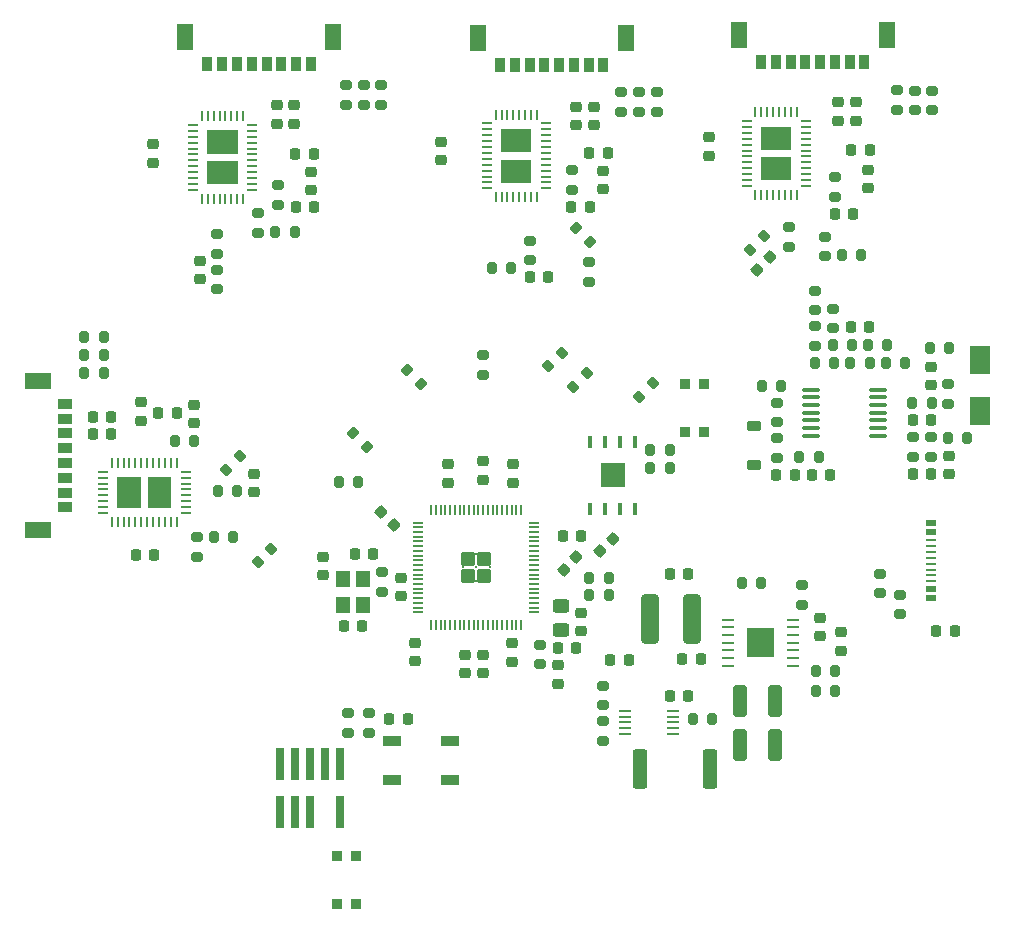
<source format=gtp>
%TF.GenerationSoftware,KiCad,Pcbnew,8.0.6-8.0.6-0~ubuntu24.04.1*%
%TF.CreationDate,2025-03-15T16:41:29-07:00*%
%TF.ProjectId,motor_board,6d6f746f-725f-4626-9f61-72642e6b6963,idk*%
%TF.SameCoordinates,Original*%
%TF.FileFunction,Paste,Top*%
%TF.FilePolarity,Positive*%
%FSLAX46Y46*%
G04 Gerber Fmt 4.6, Leading zero omitted, Abs format (unit mm)*
G04 Created by KiCad (PCBNEW 8.0.6-8.0.6-0~ubuntu24.04.1) date 2025-03-15 16:41:29*
%MOMM*%
%LPD*%
G01*
G04 APERTURE LIST*
G04 Aperture macros list*
%AMRoundRect*
0 Rectangle with rounded corners*
0 $1 Rounding radius*
0 $2 $3 $4 $5 $6 $7 $8 $9 X,Y pos of 4 corners*
0 Add a 4 corners polygon primitive as box body*
4,1,4,$2,$3,$4,$5,$6,$7,$8,$9,$2,$3,0*
0 Add four circle primitives for the rounded corners*
1,1,$1+$1,$2,$3*
1,1,$1+$1,$4,$5*
1,1,$1+$1,$6,$7*
1,1,$1+$1,$8,$9*
0 Add four rect primitives between the rounded corners*
20,1,$1+$1,$2,$3,$4,$5,0*
20,1,$1+$1,$4,$5,$6,$7,0*
20,1,$1+$1,$6,$7,$8,$9,0*
20,1,$1+$1,$8,$9,$2,$3,0*%
G04 Aperture macros list end*
%ADD10C,0.000000*%
%ADD11R,1.120140X0.213360*%
%ADD12R,1.617000X1.722000*%
%ADD13RoundRect,0.225000X0.225000X0.250000X-0.225000X0.250000X-0.225000X-0.250000X0.225000X-0.250000X0*%
%ADD14RoundRect,0.225000X-0.225000X-0.250000X0.225000X-0.250000X0.225000X0.250000X-0.225000X0.250000X0*%
%ADD15RoundRect,0.200000X0.275000X-0.200000X0.275000X0.200000X-0.275000X0.200000X-0.275000X-0.200000X0*%
%ADD16RoundRect,0.225000X0.250000X-0.225000X0.250000X0.225000X-0.250000X0.225000X-0.250000X-0.225000X0*%
%ADD17RoundRect,0.200000X0.200000X0.275000X-0.200000X0.275000X-0.200000X-0.275000X0.200000X-0.275000X0*%
%ADD18RoundRect,0.200000X-0.200000X-0.275000X0.200000X-0.275000X0.200000X0.275000X-0.200000X0.275000X0*%
%ADD19RoundRect,0.250000X0.362500X1.425000X-0.362500X1.425000X-0.362500X-1.425000X0.362500X-1.425000X0*%
%ADD20RoundRect,0.333000X0.417000X1.767000X-0.417000X1.767000X-0.417000X-1.767000X0.417000X-1.767000X0*%
%ADD21RoundRect,0.250000X-0.325000X-1.100000X0.325000X-1.100000X0.325000X1.100000X-0.325000X1.100000X0*%
%ADD22R,1.137920X0.211328*%
%ADD23R,0.920000X0.480000*%
%ADD24R,0.920000X0.240000*%
%ADD25RoundRect,0.225000X0.335876X0.017678X0.017678X0.335876X-0.335876X-0.017678X-0.017678X-0.335876X0*%
%ADD26RoundRect,0.200000X-0.275000X0.200000X-0.275000X-0.200000X0.275000X-0.200000X0.275000X0.200000X0*%
%ADD27RoundRect,0.225000X-0.250000X0.225000X-0.250000X-0.225000X0.250000X-0.225000X0.250000X0.225000X0*%
%ADD28R,0.242473X0.906066*%
%ADD29R,0.906066X0.242473*%
%ADD30RoundRect,0.200000X0.053033X-0.335876X0.335876X-0.053033X-0.053033X0.335876X-0.335876X0.053033X0*%
%ADD31RoundRect,0.200000X-0.335876X-0.053033X-0.053033X-0.335876X0.335876X0.053033X0.053033X0.335876X0*%
%ADD32RoundRect,0.200000X-0.053033X0.335876X-0.335876X0.053033X0.053033X-0.335876X0.335876X-0.053033X0*%
%ADD33R,1.500000X0.900000*%
%ADD34R,0.740000X2.790000*%
%ADD35RoundRect,0.250000X-0.450000X0.325000X-0.450000X-0.325000X0.450000X-0.325000X0.450000X0.325000X0*%
%ADD36R,0.900000X0.900000*%
%ADD37R,0.838200X1.295400*%
%ADD38R,1.397000X2.260600*%
%ADD39R,1.200000X1.400000*%
%ADD40RoundRect,0.100000X0.637500X0.100000X-0.637500X0.100000X-0.637500X-0.100000X0.637500X-0.100000X0*%
%ADD41R,0.450000X1.050000*%
%ADD42R,2.100000X2.100000*%
%ADD43RoundRect,0.225000X0.017678X-0.335876X0.335876X-0.017678X-0.017678X0.335876X-0.335876X0.017678X0*%
%ADD44R,1.700000X2.350000*%
%ADD45RoundRect,0.225000X-0.375000X0.225000X-0.375000X-0.225000X0.375000X-0.225000X0.375000X0.225000X0*%
%ADD46RoundRect,0.250000X-0.350000X0.350000X-0.350000X-0.350000X0.350000X-0.350000X0.350000X0.350000X0*%
%ADD47RoundRect,0.055000X-0.055000X-0.335000X0.055000X-0.335000X0.055000X0.335000X-0.055000X0.335000X0*%
%ADD48RoundRect,0.055000X-0.335000X0.055000X-0.335000X-0.055000X0.335000X-0.055000X0.335000X0.055000X0*%
%ADD49R,0.133333X0.133333*%
%ADD50R,1.295400X0.838200*%
%ADD51R,2.260600X1.397000*%
%ADD52RoundRect,0.225000X-0.017678X0.335876X-0.335876X0.017678X0.017678X-0.335876X0.335876X-0.017678X0*%
G04 APERTURE END LIST*
D10*
G36*
X166391004Y-118020000D02*
G01*
X164081004Y-118020000D01*
X164081004Y-115560000D01*
X166391004Y-115560000D01*
X166391004Y-118020000D01*
G37*
G36*
X112736266Y-105349136D02*
G01*
X110768866Y-105349136D01*
X110768866Y-102792600D01*
X112736266Y-102792600D01*
X112736266Y-105349136D01*
G37*
G36*
X115325400Y-105349136D02*
G01*
X113358000Y-105349136D01*
X113358000Y-102792600D01*
X115325400Y-102792600D01*
X115325400Y-105349136D01*
G37*
G36*
X145825400Y-75266067D02*
G01*
X143268864Y-75266067D01*
X143268864Y-73298667D01*
X145825400Y-73298667D01*
X145825400Y-75266067D01*
G37*
G36*
X145825400Y-77855201D02*
G01*
X143268864Y-77855201D01*
X143268864Y-75887801D01*
X145825400Y-75887801D01*
X145825400Y-77855201D01*
G37*
G36*
X167825400Y-75066067D02*
G01*
X165268864Y-75066067D01*
X165268864Y-73098667D01*
X167825400Y-73098667D01*
X167825400Y-75066067D01*
G37*
G36*
X167825400Y-77655201D02*
G01*
X165268864Y-77655201D01*
X165268864Y-75687801D01*
X167825400Y-75687801D01*
X167825400Y-77655201D01*
G37*
G36*
X120950400Y-75391067D02*
G01*
X118393864Y-75391067D01*
X118393864Y-73423667D01*
X120950400Y-73423667D01*
X120950400Y-75391067D01*
G37*
G36*
X120950400Y-77980201D02*
G01*
X118393864Y-77980201D01*
X118393864Y-76012801D01*
X120950400Y-76012801D01*
X120950400Y-77980201D01*
G37*
D11*
X168004604Y-118740034D03*
X168004604Y-118090021D03*
X168004604Y-117440012D03*
X168004604Y-116790000D03*
X168004604Y-116139988D03*
X168004604Y-115489979D03*
X168004604Y-114839966D03*
X162467404Y-114839966D03*
X162467404Y-115489979D03*
X162467404Y-116139988D03*
X162467404Y-116790000D03*
X162467404Y-117440012D03*
X162467404Y-118090021D03*
X162467404Y-118740034D03*
D12*
X165236004Y-116790000D03*
D13*
X159069100Y-110973900D03*
X157519100Y-110973900D03*
D14*
X152519100Y-118223900D03*
X154069100Y-118223900D03*
X158603600Y-118152400D03*
X160153600Y-118152400D03*
D15*
X168776600Y-113579900D03*
X168776600Y-111929900D03*
D16*
X170237100Y-116260400D03*
X170237100Y-114710400D03*
D14*
X180100000Y-115800000D03*
X181650000Y-115800000D03*
D17*
X171570100Y-119168400D03*
X169920100Y-119168400D03*
D16*
X172015100Y-117466900D03*
X172015100Y-115916900D03*
D18*
X163619100Y-111773900D03*
X165269100Y-111773900D03*
X169920100Y-120882900D03*
X171570100Y-120882900D03*
D19*
X160962500Y-127500000D03*
X155037500Y-127500000D03*
D20*
X159464100Y-114786900D03*
X155864100Y-114786900D03*
D21*
X163507004Y-121743000D03*
X166457004Y-121743000D03*
X163507004Y-125454900D03*
X166457004Y-125454900D03*
D17*
X161119100Y-123223900D03*
X159469100Y-123223900D03*
D22*
X157838800Y-124549901D03*
X157838800Y-124049899D03*
X157838800Y-123549900D03*
X157838800Y-123049901D03*
X157838800Y-122549899D03*
X153749400Y-122549899D03*
X153749400Y-123049901D03*
X153749400Y-123549900D03*
X153749400Y-124049899D03*
X153749400Y-124549901D03*
D14*
X157519100Y-121323900D03*
X159069100Y-121323900D03*
D23*
X179660000Y-113050000D03*
X179660000Y-112250000D03*
D24*
X179660000Y-111100000D03*
X179660000Y-110100000D03*
X179660000Y-109600000D03*
X179660000Y-108600000D03*
D23*
X179660000Y-107450000D03*
X179660000Y-106650000D03*
D24*
X179660000Y-108100000D03*
X179660000Y-109100000D03*
X179660000Y-110600000D03*
X179660000Y-111600000D03*
D25*
X134217108Y-106846908D03*
X133121092Y-105750892D03*
D26*
X170647132Y-82426933D03*
X170647132Y-84076933D03*
D14*
X125897132Y-79926933D03*
X127447132Y-79926933D03*
D27*
X140194100Y-117798900D03*
X140194100Y-119348900D03*
D16*
X112754087Y-98003419D03*
X112754087Y-96453419D03*
D14*
X125847132Y-75451933D03*
X127397132Y-75451933D03*
D18*
X150719100Y-112773900D03*
X152369100Y-112773900D03*
D17*
X181219100Y-91873900D03*
X179569100Y-91873900D03*
D26*
X124397132Y-78051933D03*
X124397132Y-79701933D03*
D27*
X160847132Y-74001933D03*
X160847132Y-75551933D03*
D16*
X141694100Y-102998900D03*
X141694100Y-101448900D03*
D28*
X115797132Y-101567835D03*
X115297133Y-101567835D03*
X114797131Y-101567835D03*
X114297132Y-101567835D03*
X113797133Y-101567835D03*
X113297132Y-101567835D03*
X112797132Y-101567835D03*
X112297131Y-101567835D03*
X111797132Y-101567835D03*
X111297133Y-101567835D03*
X110797131Y-101567835D03*
X110297132Y-101567835D03*
D29*
X109544099Y-102320869D03*
X109544099Y-102820868D03*
X109544099Y-103320867D03*
X109544099Y-103820868D03*
X109544099Y-104320868D03*
X109544099Y-104820869D03*
X109544099Y-105320868D03*
X109544099Y-105820867D03*
D28*
X110297132Y-106573901D03*
X110797131Y-106573901D03*
X111297133Y-106573901D03*
X111797132Y-106573901D03*
X112297131Y-106573901D03*
X112797132Y-106573901D03*
X113297132Y-106573901D03*
X113797133Y-106573901D03*
X114297132Y-106573901D03*
X114797131Y-106573901D03*
X115297133Y-106573901D03*
X115797132Y-106573901D03*
D29*
X116550165Y-105820867D03*
X116550165Y-105320868D03*
X116550165Y-104820869D03*
X116550165Y-104320868D03*
X116550165Y-103820868D03*
X116550165Y-103320867D03*
X116550165Y-102820868D03*
X116550165Y-102320869D03*
D15*
X166594100Y-98148900D03*
X166594100Y-96498900D03*
D14*
X108704087Y-97653419D03*
X110254087Y-97653419D03*
D26*
X119222132Y-85201933D03*
X119222132Y-86851933D03*
D18*
X150719100Y-111273900D03*
X152369100Y-111273900D03*
D16*
X122369100Y-104023900D03*
X122369100Y-102473900D03*
D17*
X170169100Y-101073900D03*
X168519100Y-101073900D03*
X109619100Y-92448900D03*
X107969100Y-92448900D03*
D15*
X177032000Y-114387000D03*
X177032000Y-112737000D03*
D27*
X125757132Y-71301933D03*
X125757132Y-72851933D03*
D15*
X176797132Y-71676933D03*
X176797132Y-70026933D03*
D18*
X169819100Y-93073900D03*
X171469100Y-93073900D03*
X172819100Y-93073900D03*
X174469100Y-93073900D03*
D27*
X113747132Y-74601933D03*
X113747132Y-76151933D03*
D13*
X132444100Y-109323900D03*
X130894100Y-109323900D03*
D29*
X147050165Y-78326933D03*
X147050165Y-77826934D03*
X147050165Y-77326932D03*
X147050165Y-76826933D03*
X147050165Y-76326934D03*
X147050165Y-75826933D03*
X147050165Y-75326933D03*
X147050165Y-74826932D03*
X147050165Y-74326933D03*
X147050165Y-73826934D03*
X147050165Y-73326932D03*
X147050165Y-72826933D03*
D28*
X146297131Y-72073900D03*
X145797132Y-72073900D03*
X145297133Y-72073900D03*
X144797132Y-72073900D03*
X144297132Y-72073900D03*
X143797131Y-72073900D03*
X143297132Y-72073900D03*
X142797133Y-72073900D03*
D29*
X142044099Y-72826933D03*
X142044099Y-73326932D03*
X142044099Y-73826934D03*
X142044099Y-74326933D03*
X142044099Y-74826932D03*
X142044099Y-75326933D03*
X142044099Y-75826933D03*
X142044099Y-76326934D03*
X142044099Y-76826933D03*
X142044099Y-77326932D03*
X142044099Y-77826934D03*
X142044099Y-78326933D03*
D28*
X142797133Y-79079966D03*
X143297132Y-79079966D03*
X143797131Y-79079966D03*
X144297132Y-79079966D03*
X144797132Y-79079966D03*
X145297133Y-79079966D03*
X145797132Y-79079966D03*
X146297131Y-79079966D03*
D27*
X173322132Y-71051933D03*
X173322132Y-72601933D03*
D16*
X128194100Y-111048900D03*
X128194100Y-109498900D03*
D18*
X175819100Y-93073900D03*
X177469100Y-93073900D03*
D13*
X174419100Y-90073900D03*
X172869100Y-90073900D03*
D17*
X157519100Y-100473900D03*
X155869100Y-100473900D03*
D18*
X172094100Y-83998900D03*
X173744100Y-83998900D03*
D16*
X144294100Y-103248900D03*
X144294100Y-101698900D03*
D14*
X108704087Y-99153419D03*
X110254087Y-99153419D03*
D16*
X138794100Y-103248900D03*
X138794100Y-101698900D03*
D26*
X169844100Y-89998900D03*
X169844100Y-91648900D03*
X178112850Y-99398900D03*
X178112850Y-101048900D03*
D18*
X119269100Y-103973900D03*
X120919100Y-103973900D03*
D30*
X154960737Y-95957263D03*
X156127463Y-94790537D03*
D27*
X135994100Y-116798900D03*
X135994100Y-118348900D03*
D18*
X124122132Y-82026933D03*
X125772132Y-82026933D03*
D15*
X117479087Y-109528419D03*
X117479087Y-107878419D03*
D13*
X131469100Y-115373900D03*
X129919100Y-115373900D03*
D15*
X130122132Y-71251933D03*
X130122132Y-69601933D03*
D18*
X115629087Y-99678419D03*
X117279087Y-99678419D03*
D13*
X171119100Y-102573900D03*
X169569100Y-102573900D03*
D27*
X134794100Y-111298900D03*
X134794100Y-112848900D03*
D26*
X119222132Y-82201933D03*
X119222132Y-83851933D03*
D31*
X149585737Y-81715537D03*
X150752463Y-82882263D03*
D32*
X165530495Y-82368570D03*
X164363769Y-83535296D03*
D33*
X134044100Y-125123900D03*
X134044100Y-128423900D03*
X138944100Y-128423900D03*
X138944100Y-125123900D03*
D14*
X166569100Y-102573900D03*
X168119100Y-102573900D03*
D32*
X150552463Y-93990537D03*
X149385737Y-95157263D03*
D27*
X179619100Y-93448900D03*
X179619100Y-94998900D03*
D14*
X150719100Y-75323900D03*
X152269100Y-75323900D03*
X149219100Y-79873900D03*
X150769100Y-79873900D03*
D17*
X109629087Y-93953419D03*
X107979087Y-93953419D03*
D14*
X172922132Y-75076933D03*
X174472132Y-75076933D03*
D17*
X182719100Y-99473900D03*
X181069100Y-99473900D03*
D13*
X179669100Y-97973900D03*
X178119100Y-97973900D03*
D26*
X181119100Y-94898900D03*
X181119100Y-96548900D03*
D15*
X175300000Y-112600000D03*
X175300000Y-110950000D03*
D34*
X124547500Y-131141400D03*
X124547500Y-127071400D03*
X125817500Y-131141400D03*
X125817500Y-127071400D03*
X127087500Y-131141400D03*
X127087500Y-127071400D03*
X128357500Y-127071400D03*
X129627500Y-131141400D03*
X129627500Y-127071400D03*
D31*
X135310737Y-93715537D03*
X136477463Y-94882263D03*
D35*
X148294100Y-113648900D03*
X148294100Y-115698900D03*
D15*
X146594100Y-118598900D03*
X146594100Y-116948900D03*
D26*
X149244100Y-76798900D03*
X149244100Y-78448900D03*
D36*
X158844100Y-94873900D03*
X158844100Y-98973900D03*
X160444100Y-94873900D03*
X160444100Y-98973900D03*
D37*
X151919100Y-67868100D03*
X150669100Y-67868100D03*
X149419100Y-67868100D03*
X148169100Y-67868100D03*
X146919100Y-67868100D03*
X145669100Y-67868100D03*
X144419100Y-67868100D03*
X143169100Y-67868100D03*
D38*
X141269099Y-65573210D03*
X153819101Y-65573210D03*
D14*
X171522132Y-80476933D03*
X173072132Y-80476933D03*
D15*
X154919100Y-71848900D03*
X154919100Y-70198900D03*
D17*
X144119100Y-85073900D03*
X142469100Y-85073900D03*
D15*
X131622132Y-71251933D03*
X131622132Y-69601933D03*
X179644100Y-101048900D03*
X179644100Y-99398900D03*
D14*
X148044100Y-117273900D03*
X149594100Y-117273900D03*
D17*
X179719100Y-96473900D03*
X178069100Y-96473900D03*
D13*
X179669100Y-102473900D03*
X178119100Y-102473900D03*
D17*
X109619100Y-90948900D03*
X107969100Y-90948900D03*
D18*
X174319100Y-91573900D03*
X175969100Y-91573900D03*
D27*
X148069100Y-118723900D03*
X148069100Y-120273900D03*
D15*
X133097132Y-71251933D03*
X133097132Y-69601933D03*
X132044100Y-124436400D03*
X132044100Y-122786400D03*
D27*
X124297132Y-71301933D03*
X124297132Y-72851933D03*
D26*
X171547132Y-77401933D03*
X171547132Y-79051933D03*
D32*
X148377463Y-92240537D03*
X147210737Y-93407263D03*
D18*
X129494100Y-103198900D03*
X131144100Y-103198900D03*
D27*
X171822132Y-71051933D03*
X171822132Y-72601933D03*
D26*
X169844100Y-86998900D03*
X169844100Y-88648900D03*
D17*
X166969100Y-95023900D03*
X165319100Y-95023900D03*
D13*
X150019100Y-107723900D03*
X148469100Y-107723900D03*
D39*
X129844100Y-111373900D03*
X129844100Y-113573900D03*
X131544100Y-113573900D03*
X131544100Y-111373900D03*
D27*
X127197132Y-76926933D03*
X127197132Y-78476933D03*
D40*
X175206600Y-99273900D03*
X175206600Y-98623900D03*
X175206600Y-97973900D03*
X175206600Y-97323900D03*
X175206600Y-96673900D03*
X175206600Y-96023900D03*
X175206600Y-95373900D03*
X169481600Y-95373900D03*
X169481600Y-96023900D03*
X169481600Y-96673900D03*
X169481600Y-97323900D03*
X169481600Y-97973900D03*
X169481600Y-98623900D03*
X169481600Y-99273900D03*
D27*
X141694100Y-117798900D03*
X141694100Y-119348900D03*
D41*
X154599100Y-99773900D03*
X153329100Y-99773900D03*
X152059100Y-99773900D03*
X150789100Y-99773900D03*
X150789100Y-105473900D03*
X152059100Y-105473900D03*
X153329100Y-105473900D03*
X154599100Y-105473900D03*
D42*
X152694100Y-102623900D03*
D14*
X133794100Y-123273900D03*
X135344100Y-123273900D03*
D15*
X133194100Y-112498900D03*
X133194100Y-110848900D03*
D27*
X117747132Y-84476933D03*
X117747132Y-86026933D03*
D37*
X174022132Y-67651933D03*
X172772132Y-67651933D03*
X171522132Y-67651933D03*
X170272132Y-67651933D03*
X169022132Y-67651933D03*
X167772132Y-67651933D03*
X166522132Y-67651933D03*
X165272132Y-67651933D03*
D38*
X163372131Y-65357043D03*
X175922133Y-65357043D03*
D29*
X169050165Y-78126933D03*
X169050165Y-77626934D03*
X169050165Y-77126932D03*
X169050165Y-76626933D03*
X169050165Y-76126934D03*
X169050165Y-75626933D03*
X169050165Y-75126933D03*
X169050165Y-74626932D03*
X169050165Y-74126933D03*
X169050165Y-73626934D03*
X169050165Y-73126932D03*
X169050165Y-72626933D03*
D28*
X168297131Y-71873900D03*
X167797132Y-71873900D03*
X167297133Y-71873900D03*
X166797132Y-71873900D03*
X166297132Y-71873900D03*
X165797131Y-71873900D03*
X165297132Y-71873900D03*
X164797133Y-71873900D03*
D29*
X164044099Y-72626933D03*
X164044099Y-73126932D03*
X164044099Y-73626934D03*
X164044099Y-74126933D03*
X164044099Y-74626932D03*
X164044099Y-75126933D03*
X164044099Y-75626933D03*
X164044099Y-76126934D03*
X164044099Y-76626933D03*
X164044099Y-77126932D03*
X164044099Y-77626934D03*
X164044099Y-78126933D03*
D28*
X164797133Y-78879966D03*
X165297132Y-78879966D03*
X165797131Y-78879966D03*
X166297132Y-78879966D03*
X166797132Y-78879966D03*
X167297133Y-78879966D03*
X167797132Y-78879966D03*
X168297131Y-78879966D03*
D43*
X148546092Y-110596908D03*
X149642108Y-109500892D03*
D36*
X130940425Y-138957500D03*
X130940425Y-134857500D03*
X129340425Y-138957500D03*
X129340425Y-134857500D03*
D31*
X130710737Y-99015537D03*
X131877463Y-100182263D03*
D15*
X179747132Y-71701933D03*
X179747132Y-70051933D03*
D14*
X112319100Y-109373900D03*
X113869100Y-109373900D03*
D44*
X183844100Y-97173900D03*
X183844100Y-92873900D03*
D14*
X145719100Y-85823900D03*
X147269100Y-85823900D03*
D27*
X149994100Y-114248900D03*
X149994100Y-115798900D03*
D18*
X171319100Y-91573900D03*
X172969100Y-91573900D03*
D27*
X151894100Y-76848900D03*
X151894100Y-78398900D03*
X181169100Y-100948900D03*
X181169100Y-102498900D03*
X138194100Y-74398900D03*
X138194100Y-75948900D03*
D26*
X122697132Y-80426933D03*
X122697132Y-82076933D03*
D29*
X122175165Y-78451933D03*
X122175165Y-77951934D03*
X122175165Y-77451932D03*
X122175165Y-76951933D03*
X122175165Y-76451934D03*
X122175165Y-75951933D03*
X122175165Y-75451933D03*
X122175165Y-74951932D03*
X122175165Y-74451933D03*
X122175165Y-73951934D03*
X122175165Y-73451932D03*
X122175165Y-72951933D03*
D28*
X121422131Y-72198900D03*
X120922132Y-72198900D03*
X120422133Y-72198900D03*
X119922132Y-72198900D03*
X119422132Y-72198900D03*
X118922131Y-72198900D03*
X118422132Y-72198900D03*
X117922133Y-72198900D03*
D29*
X117169099Y-72951933D03*
X117169099Y-73451932D03*
X117169099Y-73951934D03*
X117169099Y-74451933D03*
X117169099Y-74951932D03*
X117169099Y-75451933D03*
X117169099Y-75951933D03*
X117169099Y-76451934D03*
X117169099Y-76951933D03*
X117169099Y-77451932D03*
X117169099Y-77951934D03*
X117169099Y-78451933D03*
D28*
X117922133Y-79204966D03*
X118422132Y-79204966D03*
X118922131Y-79204966D03*
X119422132Y-79204966D03*
X119922132Y-79204966D03*
X120422133Y-79204966D03*
X120922132Y-79204966D03*
X121422131Y-79204966D03*
D26*
X150694100Y-84573900D03*
X150694100Y-86223900D03*
D27*
X174297132Y-76751933D03*
X174297132Y-78301933D03*
D26*
X167597132Y-81601933D03*
X167597132Y-83251933D03*
X166594100Y-99498900D03*
X166594100Y-101148900D03*
X171344100Y-88498900D03*
X171344100Y-90148900D03*
D15*
X178272132Y-71701933D03*
X178272132Y-70051933D03*
X153394100Y-71848900D03*
X153394100Y-70198900D03*
D27*
X144144100Y-116848900D03*
X144144100Y-118398900D03*
D14*
X114229087Y-97378419D03*
X115779087Y-97378419D03*
D26*
X151894100Y-123448900D03*
X151894100Y-125098900D03*
D18*
X155869100Y-101973900D03*
X157519100Y-101973900D03*
D30*
X122645724Y-109986782D03*
X123812450Y-108820056D03*
D45*
X164644100Y-98473900D03*
X164644100Y-101773900D03*
D27*
X149584100Y-71398900D03*
X149584100Y-72948900D03*
D16*
X117229087Y-98228419D03*
X117229087Y-96678419D03*
D46*
X141844100Y-109723900D03*
X140444100Y-109723900D03*
X141844100Y-111123900D03*
X140444100Y-111123900D03*
D47*
X144944100Y-105527400D03*
X144544100Y-105527400D03*
X144144100Y-105527400D03*
X143744100Y-105527400D03*
X143344100Y-105527400D03*
X142944100Y-105527400D03*
X142544100Y-105527400D03*
X142144100Y-105527400D03*
X141744100Y-105527400D03*
X141344100Y-105527400D03*
X140944100Y-105527400D03*
X140544100Y-105527400D03*
X140144100Y-105527400D03*
X139744100Y-105527400D03*
X139344100Y-105527400D03*
X138944100Y-105527400D03*
X138544100Y-105527400D03*
X138144100Y-105527400D03*
X137744100Y-105527400D03*
X137344100Y-105527400D03*
D48*
X136247600Y-106623900D03*
X136247600Y-107023900D03*
X136247600Y-107423900D03*
X136247600Y-107823900D03*
X136247600Y-108223900D03*
X136247600Y-108623900D03*
X136247600Y-109023900D03*
X136247600Y-109423900D03*
X136247600Y-109823900D03*
X136247600Y-110223900D03*
X136247600Y-110623900D03*
X136247600Y-111023900D03*
X136247600Y-111423900D03*
X136247600Y-111823900D03*
X136247600Y-112223900D03*
X136247600Y-112623900D03*
X136247600Y-113023900D03*
X136247600Y-113423900D03*
X136247600Y-113823900D03*
X136247600Y-114223900D03*
D47*
X137344100Y-115320400D03*
X137744100Y-115320400D03*
X138144100Y-115320400D03*
X138544100Y-115320400D03*
X138944100Y-115320400D03*
X139344100Y-115320400D03*
X139744100Y-115320400D03*
X140144100Y-115320400D03*
X140544100Y-115320400D03*
X140944100Y-115320400D03*
X141344100Y-115320400D03*
X141744100Y-115320400D03*
X142144100Y-115320400D03*
X142544100Y-115320400D03*
X142944100Y-115320400D03*
X143344100Y-115320400D03*
X143744100Y-115320400D03*
X144144100Y-115320400D03*
X144544100Y-115320400D03*
X144944100Y-115320400D03*
D48*
X146040600Y-114223900D03*
X146040600Y-113823900D03*
X146040600Y-113423900D03*
X146040600Y-113023900D03*
X146040600Y-112623900D03*
X146040600Y-112223900D03*
X146040600Y-111823900D03*
X146040600Y-111423900D03*
X146040600Y-111023900D03*
X146040600Y-110623900D03*
X146040600Y-110223900D03*
X146040600Y-109823900D03*
X146040600Y-109423900D03*
X146040600Y-109023900D03*
X146040600Y-108623900D03*
X146040600Y-108223900D03*
X146040600Y-107823900D03*
X146040600Y-107423900D03*
X146040600Y-107023900D03*
X146040600Y-106623900D03*
D49*
X142277433Y-109290567D03*
X141144100Y-109290567D03*
X140010767Y-109290567D03*
X142277433Y-110423900D03*
X141144100Y-110423900D03*
X140010767Y-110423900D03*
X142277433Y-111557233D03*
X141144100Y-111557233D03*
X140010767Y-111557233D03*
D26*
X145744100Y-82748900D03*
X145744100Y-84398900D03*
D18*
X118929087Y-107878419D03*
X120579087Y-107878419D03*
D50*
X106304087Y-96578419D03*
X106304087Y-97828419D03*
X106304087Y-99078419D03*
X106304087Y-100328419D03*
X106304087Y-101578419D03*
X106304087Y-102828419D03*
X106304087Y-104078419D03*
X106304087Y-105328419D03*
D51*
X104009197Y-107228420D03*
X104009197Y-94678418D03*
D30*
X119985737Y-102157263D03*
X121152463Y-100990537D03*
D52*
X152692108Y-107975892D03*
X151596092Y-109071908D03*
D37*
X127147132Y-67796133D03*
X125897132Y-67796133D03*
X124647132Y-67796133D03*
X123397132Y-67796133D03*
X122147132Y-67796133D03*
X120897132Y-67796133D03*
X119647132Y-67796133D03*
X118397132Y-67796133D03*
D38*
X116497131Y-65501243D03*
X129047133Y-65501243D03*
D27*
X151094100Y-71398900D03*
X151094100Y-72948900D03*
D26*
X141744100Y-92448900D03*
X141744100Y-94098900D03*
D15*
X130294100Y-124436400D03*
X130294100Y-122786400D03*
X151894100Y-122098900D03*
X151894100Y-120448900D03*
X156444100Y-71848900D03*
X156444100Y-70198900D03*
D52*
X166020140Y-84103925D03*
X164924124Y-85199941D03*
M02*

</source>
